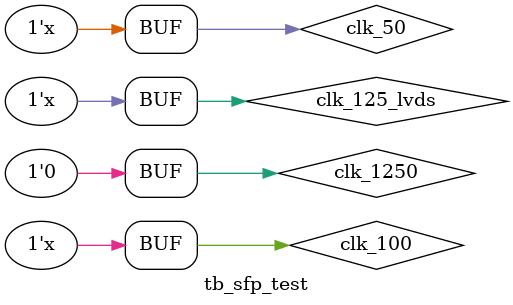
<source format=sv>
`timescale 1ns/1ns
module tb_sfp_test;

logic clk_50;
logic clk_125_lvds;

logic rst_n;

logic sgmii_rxd_1;
logic sgmii_txd_1;

logic sgmii_rxd_2;
logic sgmii_txd_2;

logic reset_phy;

logic clk_1250;

wire i2c_scl;
wire i2c_sda;

sfp_test_top device (
    .clk_50             (clk_50         ),
    .rst_n              (rst_n          ),

    .clk_125_lvds_tse   (clk_125_lvds   ),
    .reset_phy          (reset_phy      ),

    .sgmii_rx_1         (sgmii_txd_1 /*sgmii_rxd_1*/    ), 
    .sgmii_tx_1         (sgmii_txd_1    ),

    .sgmii_rx_2         (sgmii_txd_2 /*sgmii_rxd_2*/    ), 
    .sgmii_tx_2         (sgmii_txd_2    ),

    .i2c_scl            (i2c_scl        ),
    .i2c_sda            (i2c_sda        )
);

int counter_test;

initial 
begin
    clk_50          = 1'b0   ;
    clk_125_lvds    = 1'b0   ;
    clk_1250        = 1'b0   ;
    rst_n           = 1'b1   ;

    counter_test = 0;
end

always #10 clk_50 = ~clk_50;
always #4 clk_125_lvds = ~clk_125_lvds;
// always #800 clk_1250 = ~clk_1250;

always @(posedge clk_125_lvds) 
begin
    counter_test++;
    if(counter_test == 20)
    begin
        rst_n = 1'b0;
    end
    else if(counter_test == 370)
    begin
        rst_n = 1'b1;
    end
end

//For i2c testing
logic [7:0] slave_rx;
logic [7:0] slave_tx;
logic   slave_ack;
logic   slave_r;
logic   slave_w;

logic clk_100;

i2c_slave i2c_slave
(
    .clk        (clk_100),
    .reset_n    (rst_n),
    .scl        (i2c_scl),
    .sda        (i2c_sda),
    .txdata     (slave_tx),
    .rxdata     (slave_rx),
    .ack        (slave_ack),
    .r          (slave_r),
    .w          (slave_w)
);



initial 
begin
    clk_100          = 1'b0   ;

    // counter_test = 0;
end

// always #10 clk_50 = ~clk_50;
always #5 clk_100 = ~clk_100;


// always @(posedge clk_50) 
// begin
//     counter_test++;
//     if(counter_test == 20)
//     begin
//         rst_n = 1'b0;
//     end
//     else if(counter_test == 30)
//     begin
//         rst_n = 1'b1;
//     end
// end


logic [2:0] cnt_ack;
logic [2:0] cnt_ack_d;

logic slave_ack_d;

always_ff @(posedge clk_100, negedge rst_n)
begin
  if(~rst_n)
  begin
    slave_ack_d <= 1'b0;
  end
  else
  begin
    slave_ack_d <= slave_ack;
  end
end

always_ff @(posedge clk_100, negedge rst_n)
begin
  if(~rst_n)
  begin
    cnt_ack_d <= 3'd0;
  end
  else
  begin
    cnt_ack_d <= cnt_ack;
  end
end

always_ff @( posedge clk_100, negedge rst_n ) 
begin
  if(~rst_n)
  begin
    cnt_ack <= 3'd0;
  end
  else
  begin
    if(slave_ack & ~slave_ack_d)
    begin
        cnt_ack <= cnt_ack + 3'd1;
    end
    else if(cnt_ack == 3'd2 & ~slave_ack)
    begin
        cnt_ack <= 3'd0;
    end
  end
end

logic [7:0] reg_0;
logic [7:0] reg_1;
logic [7:0] reg_2;
logic [7:0] reg_3;

logic [7:0] reg_addr_wr;

always_comb
begin
  case (reg_addr_wr)
  8'd0: slave_tx = reg_0; 
  8'd1: slave_tx = reg_1; 
  8'd2: slave_tx = reg_2; 
  8'd3: slave_tx = reg_3; 
  default: slave_tx = reg_0;
  endcase
end

always_ff @(posedge clk_100, negedge rst_n) 
begin
    if(~rst_n)
    begin
        reg_0 <= 8'd5;
        reg_1 <= 8'd6;
        reg_2 <= 8'd0;
        reg_3 <= 8'd0;
    end
    else
    begin
        if(slave_ack && slave_w)
        begin
        if(cnt_ack == 3'd2 && cnt_ack_d == 3'd1)
        begin
            case (reg_addr_wr)
            8'd0: reg_0 <= slave_rx; 
            8'd1: reg_1 <= slave_rx; 
            8'd2: reg_2 <= slave_rx; 
            8'd3: reg_3 <= slave_rx; 
            default: reg_0 <= reg_0;
            endcase
        end
        else if(cnt_ack == 3'd1 && cnt_ack_d == 3'd0)
        begin
            reg_addr_wr <= slave_rx;
        end
        end
    end
end

endmodule
</source>
